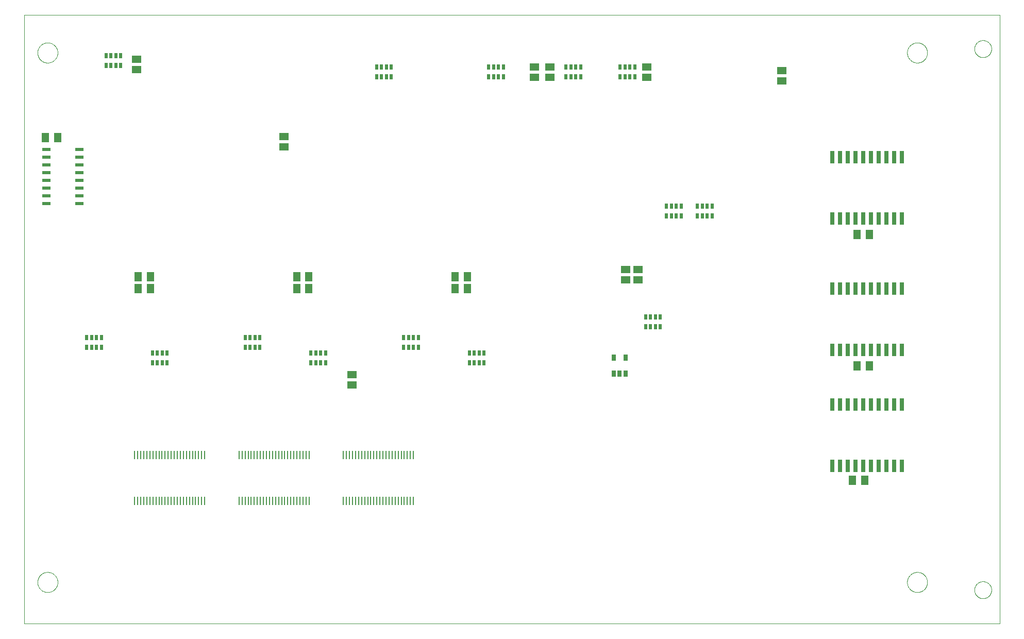
<source format=gbp>
G75*
%MOIN*%
%OFA0B0*%
%FSLAX25Y25*%
%IPPOS*%
%LPD*%
%AMOC8*
5,1,8,0,0,1.08239X$1,22.5*
%
%ADD10R,0.05118X0.06299*%
%ADD11R,0.05512X0.02362*%
%ADD12R,0.01969X0.03543*%
%ADD13R,0.02717X0.03898*%
%ADD14R,0.02600X0.08000*%
%ADD15R,0.01102X0.05630*%
%ADD16C,0.00000*%
%ADD17R,0.05906X0.05118*%
D10*
X0121896Y0291100D03*
X0129770Y0291100D03*
X0129770Y0298600D03*
X0121896Y0298600D03*
X0224396Y0298600D03*
X0232270Y0298600D03*
X0232270Y0291100D03*
X0224396Y0291100D03*
X0326896Y0291100D03*
X0334770Y0291100D03*
X0334770Y0298600D03*
X0326896Y0298600D03*
X0586896Y0326100D03*
X0594770Y0326100D03*
X0594770Y0241100D03*
X0586896Y0241100D03*
X0583896Y0167100D03*
X0591770Y0167100D03*
X0069770Y0388600D03*
X0061896Y0388600D03*
D11*
X0062644Y0381100D03*
X0062644Y0376100D03*
X0062644Y0371100D03*
X0062644Y0366100D03*
X0062644Y0361100D03*
X0062644Y0356100D03*
X0062644Y0351100D03*
X0062644Y0346100D03*
X0084022Y0346100D03*
X0084022Y0351100D03*
X0084022Y0356100D03*
X0084022Y0361100D03*
X0084022Y0366100D03*
X0084022Y0371100D03*
X0084022Y0376100D03*
X0084022Y0381100D03*
D12*
X0101109Y0435450D03*
X0104259Y0435450D03*
X0107408Y0435450D03*
X0110558Y0435450D03*
X0110558Y0441750D03*
X0107408Y0441750D03*
X0104259Y0441750D03*
X0101109Y0441750D03*
X0276109Y0434250D03*
X0279259Y0434250D03*
X0282408Y0434250D03*
X0285558Y0434250D03*
X0285558Y0427950D03*
X0282408Y0427950D03*
X0279259Y0427950D03*
X0276109Y0427950D03*
X0348609Y0427950D03*
X0351759Y0427950D03*
X0354908Y0427950D03*
X0358058Y0427950D03*
X0358058Y0434250D03*
X0354908Y0434250D03*
X0351759Y0434250D03*
X0348609Y0434250D03*
X0398609Y0434250D03*
X0401759Y0434250D03*
X0404908Y0434250D03*
X0408058Y0434250D03*
X0408058Y0427950D03*
X0404908Y0427950D03*
X0401759Y0427950D03*
X0398609Y0427950D03*
X0433609Y0427950D03*
X0436759Y0427950D03*
X0439908Y0427950D03*
X0443058Y0427950D03*
X0443058Y0434250D03*
X0439908Y0434250D03*
X0436759Y0434250D03*
X0433609Y0434250D03*
X0463609Y0344250D03*
X0466759Y0344250D03*
X0469908Y0344250D03*
X0473058Y0344250D03*
X0473058Y0337950D03*
X0469908Y0337950D03*
X0466759Y0337950D03*
X0463609Y0337950D03*
X0483609Y0337950D03*
X0486759Y0337950D03*
X0489908Y0337950D03*
X0493058Y0337950D03*
X0493058Y0344250D03*
X0489908Y0344250D03*
X0486759Y0344250D03*
X0483609Y0344250D03*
X0459558Y0272750D03*
X0456408Y0272750D03*
X0453259Y0272750D03*
X0450109Y0272750D03*
X0450109Y0266450D03*
X0453259Y0266450D03*
X0456408Y0266450D03*
X0459558Y0266450D03*
X0345558Y0249250D03*
X0342408Y0249250D03*
X0339259Y0249250D03*
X0336109Y0249250D03*
X0336109Y0242950D03*
X0339259Y0242950D03*
X0342408Y0242950D03*
X0345558Y0242950D03*
X0303058Y0252950D03*
X0299908Y0252950D03*
X0296759Y0252950D03*
X0293609Y0252950D03*
X0293609Y0259250D03*
X0296759Y0259250D03*
X0299908Y0259250D03*
X0303058Y0259250D03*
X0243058Y0249250D03*
X0239908Y0249250D03*
X0236759Y0249250D03*
X0233609Y0249250D03*
X0233609Y0242950D03*
X0236759Y0242950D03*
X0239908Y0242950D03*
X0243058Y0242950D03*
X0200558Y0252950D03*
X0197408Y0252950D03*
X0194259Y0252950D03*
X0191109Y0252950D03*
X0191109Y0259250D03*
X0194259Y0259250D03*
X0197408Y0259250D03*
X0200558Y0259250D03*
X0140558Y0249250D03*
X0137408Y0249250D03*
X0134259Y0249250D03*
X0131109Y0249250D03*
X0131109Y0242950D03*
X0134259Y0242950D03*
X0137408Y0242950D03*
X0140558Y0242950D03*
X0098058Y0252950D03*
X0094908Y0252950D03*
X0091759Y0252950D03*
X0088609Y0252950D03*
X0088609Y0259250D03*
X0091759Y0259250D03*
X0094908Y0259250D03*
X0098058Y0259250D03*
D13*
X0429593Y0246218D03*
X0437073Y0246218D03*
X0437073Y0236021D03*
X0433333Y0236021D03*
X0429593Y0236021D03*
D14*
X0570833Y0251300D03*
X0575833Y0251300D03*
X0580833Y0251300D03*
X0585833Y0251300D03*
X0590833Y0251300D03*
X0595833Y0251300D03*
X0600833Y0251300D03*
X0605833Y0251300D03*
X0610833Y0251300D03*
X0615833Y0251300D03*
X0615833Y0215900D03*
X0610833Y0215900D03*
X0605833Y0215900D03*
X0600833Y0215900D03*
X0595833Y0215900D03*
X0590833Y0215900D03*
X0585833Y0215900D03*
X0580833Y0215900D03*
X0575833Y0215900D03*
X0570833Y0215900D03*
X0570833Y0176300D03*
X0575833Y0176300D03*
X0580833Y0176300D03*
X0585833Y0176300D03*
X0590833Y0176300D03*
X0595833Y0176300D03*
X0600833Y0176300D03*
X0605833Y0176300D03*
X0610833Y0176300D03*
X0615833Y0176300D03*
X0615833Y0290900D03*
X0610833Y0290900D03*
X0605833Y0290900D03*
X0600833Y0290900D03*
X0595833Y0290900D03*
X0590833Y0290900D03*
X0585833Y0290900D03*
X0580833Y0290900D03*
X0575833Y0290900D03*
X0570833Y0290900D03*
X0570833Y0336300D03*
X0575833Y0336300D03*
X0580833Y0336300D03*
X0585833Y0336300D03*
X0590833Y0336300D03*
X0595833Y0336300D03*
X0600833Y0336300D03*
X0605833Y0336300D03*
X0610833Y0336300D03*
X0615833Y0336300D03*
X0615833Y0375900D03*
X0610833Y0375900D03*
X0605833Y0375900D03*
X0600833Y0375900D03*
X0595833Y0375900D03*
X0590833Y0375900D03*
X0585833Y0375900D03*
X0580833Y0375900D03*
X0575833Y0375900D03*
X0570833Y0375900D03*
D15*
X0299946Y0183387D03*
X0297978Y0183387D03*
X0296009Y0183387D03*
X0294041Y0183387D03*
X0292072Y0183387D03*
X0290104Y0183387D03*
X0288135Y0183387D03*
X0286167Y0183387D03*
X0284198Y0183387D03*
X0282230Y0183387D03*
X0280261Y0183387D03*
X0278293Y0183387D03*
X0276324Y0183387D03*
X0274356Y0183387D03*
X0272387Y0183387D03*
X0270419Y0183387D03*
X0268450Y0183387D03*
X0266482Y0183387D03*
X0264513Y0183387D03*
X0262545Y0183387D03*
X0260576Y0183387D03*
X0258608Y0183387D03*
X0256639Y0183387D03*
X0254671Y0183387D03*
X0232446Y0183387D03*
X0230478Y0183387D03*
X0228509Y0183387D03*
X0226541Y0183387D03*
X0224572Y0183387D03*
X0222604Y0183387D03*
X0220635Y0183387D03*
X0218667Y0183387D03*
X0216698Y0183387D03*
X0214730Y0183387D03*
X0212761Y0183387D03*
X0210793Y0183387D03*
X0208824Y0183387D03*
X0206856Y0183387D03*
X0204887Y0183387D03*
X0202919Y0183387D03*
X0200950Y0183387D03*
X0198982Y0183387D03*
X0197013Y0183387D03*
X0195045Y0183387D03*
X0193076Y0183387D03*
X0191108Y0183387D03*
X0189139Y0183387D03*
X0187171Y0183387D03*
X0164946Y0183387D03*
X0162978Y0183387D03*
X0161009Y0183387D03*
X0159041Y0183387D03*
X0157072Y0183387D03*
X0155104Y0183387D03*
X0153135Y0183387D03*
X0151167Y0183387D03*
X0149198Y0183387D03*
X0147230Y0183387D03*
X0145261Y0183387D03*
X0143293Y0183387D03*
X0141324Y0183387D03*
X0139356Y0183387D03*
X0137387Y0183387D03*
X0135419Y0183387D03*
X0133450Y0183387D03*
X0131482Y0183387D03*
X0129513Y0183387D03*
X0127545Y0183387D03*
X0125576Y0183387D03*
X0123608Y0183387D03*
X0121639Y0183387D03*
X0119671Y0183387D03*
X0119671Y0153663D03*
X0121639Y0153663D03*
X0123608Y0153663D03*
X0125576Y0153663D03*
X0127545Y0153663D03*
X0129513Y0153663D03*
X0131482Y0153663D03*
X0133450Y0153663D03*
X0135419Y0153663D03*
X0137387Y0153663D03*
X0139356Y0153663D03*
X0141324Y0153663D03*
X0143293Y0153663D03*
X0145261Y0153663D03*
X0147230Y0153663D03*
X0149198Y0153663D03*
X0151167Y0153663D03*
X0153135Y0153663D03*
X0155104Y0153663D03*
X0157072Y0153663D03*
X0159041Y0153663D03*
X0161009Y0153663D03*
X0162978Y0153663D03*
X0164946Y0153663D03*
X0187171Y0153663D03*
X0189139Y0153663D03*
X0191108Y0153663D03*
X0193076Y0153663D03*
X0195045Y0153663D03*
X0197013Y0153663D03*
X0198982Y0153663D03*
X0200950Y0153663D03*
X0202919Y0153663D03*
X0204887Y0153663D03*
X0206856Y0153663D03*
X0208824Y0153663D03*
X0210793Y0153663D03*
X0212761Y0153663D03*
X0214730Y0153663D03*
X0216698Y0153663D03*
X0218667Y0153663D03*
X0220635Y0153663D03*
X0222604Y0153663D03*
X0224572Y0153663D03*
X0226541Y0153663D03*
X0228509Y0153663D03*
X0230478Y0153663D03*
X0232446Y0153663D03*
X0254671Y0153663D03*
X0256639Y0153663D03*
X0258608Y0153663D03*
X0260576Y0153663D03*
X0262545Y0153663D03*
X0264513Y0153663D03*
X0266482Y0153663D03*
X0268450Y0153663D03*
X0270419Y0153663D03*
X0272387Y0153663D03*
X0274356Y0153663D03*
X0276324Y0153663D03*
X0278293Y0153663D03*
X0280261Y0153663D03*
X0282230Y0153663D03*
X0284198Y0153663D03*
X0286167Y0153663D03*
X0288135Y0153663D03*
X0290104Y0153663D03*
X0292072Y0153663D03*
X0294041Y0153663D03*
X0296009Y0153663D03*
X0297978Y0153663D03*
X0299946Y0153663D03*
D16*
X0048333Y0074200D02*
X0048333Y0468000D01*
X0679333Y0468000D01*
X0679333Y0074200D01*
X0048333Y0074200D01*
X0056833Y0101100D02*
X0056835Y0101261D01*
X0056841Y0101421D01*
X0056851Y0101582D01*
X0056865Y0101742D01*
X0056883Y0101902D01*
X0056904Y0102061D01*
X0056930Y0102220D01*
X0056960Y0102378D01*
X0056993Y0102535D01*
X0057031Y0102692D01*
X0057072Y0102847D01*
X0057117Y0103001D01*
X0057166Y0103154D01*
X0057219Y0103306D01*
X0057275Y0103457D01*
X0057336Y0103606D01*
X0057399Y0103754D01*
X0057467Y0103900D01*
X0057538Y0104044D01*
X0057612Y0104186D01*
X0057690Y0104327D01*
X0057772Y0104465D01*
X0057857Y0104602D01*
X0057945Y0104736D01*
X0058037Y0104868D01*
X0058132Y0104998D01*
X0058230Y0105126D01*
X0058331Y0105251D01*
X0058435Y0105373D01*
X0058542Y0105493D01*
X0058652Y0105610D01*
X0058765Y0105725D01*
X0058881Y0105836D01*
X0059000Y0105945D01*
X0059121Y0106050D01*
X0059245Y0106153D01*
X0059371Y0106253D01*
X0059499Y0106349D01*
X0059630Y0106442D01*
X0059764Y0106532D01*
X0059899Y0106619D01*
X0060037Y0106702D01*
X0060176Y0106782D01*
X0060318Y0106858D01*
X0060461Y0106931D01*
X0060606Y0107000D01*
X0060753Y0107066D01*
X0060901Y0107128D01*
X0061051Y0107186D01*
X0061202Y0107241D01*
X0061355Y0107292D01*
X0061509Y0107339D01*
X0061664Y0107382D01*
X0061820Y0107421D01*
X0061976Y0107457D01*
X0062134Y0107488D01*
X0062292Y0107516D01*
X0062451Y0107540D01*
X0062611Y0107560D01*
X0062771Y0107576D01*
X0062931Y0107588D01*
X0063092Y0107596D01*
X0063253Y0107600D01*
X0063413Y0107600D01*
X0063574Y0107596D01*
X0063735Y0107588D01*
X0063895Y0107576D01*
X0064055Y0107560D01*
X0064215Y0107540D01*
X0064374Y0107516D01*
X0064532Y0107488D01*
X0064690Y0107457D01*
X0064846Y0107421D01*
X0065002Y0107382D01*
X0065157Y0107339D01*
X0065311Y0107292D01*
X0065464Y0107241D01*
X0065615Y0107186D01*
X0065765Y0107128D01*
X0065913Y0107066D01*
X0066060Y0107000D01*
X0066205Y0106931D01*
X0066348Y0106858D01*
X0066490Y0106782D01*
X0066629Y0106702D01*
X0066767Y0106619D01*
X0066902Y0106532D01*
X0067036Y0106442D01*
X0067167Y0106349D01*
X0067295Y0106253D01*
X0067421Y0106153D01*
X0067545Y0106050D01*
X0067666Y0105945D01*
X0067785Y0105836D01*
X0067901Y0105725D01*
X0068014Y0105610D01*
X0068124Y0105493D01*
X0068231Y0105373D01*
X0068335Y0105251D01*
X0068436Y0105126D01*
X0068534Y0104998D01*
X0068629Y0104868D01*
X0068721Y0104736D01*
X0068809Y0104602D01*
X0068894Y0104465D01*
X0068976Y0104327D01*
X0069054Y0104186D01*
X0069128Y0104044D01*
X0069199Y0103900D01*
X0069267Y0103754D01*
X0069330Y0103606D01*
X0069391Y0103457D01*
X0069447Y0103306D01*
X0069500Y0103154D01*
X0069549Y0103001D01*
X0069594Y0102847D01*
X0069635Y0102692D01*
X0069673Y0102535D01*
X0069706Y0102378D01*
X0069736Y0102220D01*
X0069762Y0102061D01*
X0069783Y0101902D01*
X0069801Y0101742D01*
X0069815Y0101582D01*
X0069825Y0101421D01*
X0069831Y0101261D01*
X0069833Y0101100D01*
X0069831Y0100939D01*
X0069825Y0100779D01*
X0069815Y0100618D01*
X0069801Y0100458D01*
X0069783Y0100298D01*
X0069762Y0100139D01*
X0069736Y0099980D01*
X0069706Y0099822D01*
X0069673Y0099665D01*
X0069635Y0099508D01*
X0069594Y0099353D01*
X0069549Y0099199D01*
X0069500Y0099046D01*
X0069447Y0098894D01*
X0069391Y0098743D01*
X0069330Y0098594D01*
X0069267Y0098446D01*
X0069199Y0098300D01*
X0069128Y0098156D01*
X0069054Y0098014D01*
X0068976Y0097873D01*
X0068894Y0097735D01*
X0068809Y0097598D01*
X0068721Y0097464D01*
X0068629Y0097332D01*
X0068534Y0097202D01*
X0068436Y0097074D01*
X0068335Y0096949D01*
X0068231Y0096827D01*
X0068124Y0096707D01*
X0068014Y0096590D01*
X0067901Y0096475D01*
X0067785Y0096364D01*
X0067666Y0096255D01*
X0067545Y0096150D01*
X0067421Y0096047D01*
X0067295Y0095947D01*
X0067167Y0095851D01*
X0067036Y0095758D01*
X0066902Y0095668D01*
X0066767Y0095581D01*
X0066629Y0095498D01*
X0066490Y0095418D01*
X0066348Y0095342D01*
X0066205Y0095269D01*
X0066060Y0095200D01*
X0065913Y0095134D01*
X0065765Y0095072D01*
X0065615Y0095014D01*
X0065464Y0094959D01*
X0065311Y0094908D01*
X0065157Y0094861D01*
X0065002Y0094818D01*
X0064846Y0094779D01*
X0064690Y0094743D01*
X0064532Y0094712D01*
X0064374Y0094684D01*
X0064215Y0094660D01*
X0064055Y0094640D01*
X0063895Y0094624D01*
X0063735Y0094612D01*
X0063574Y0094604D01*
X0063413Y0094600D01*
X0063253Y0094600D01*
X0063092Y0094604D01*
X0062931Y0094612D01*
X0062771Y0094624D01*
X0062611Y0094640D01*
X0062451Y0094660D01*
X0062292Y0094684D01*
X0062134Y0094712D01*
X0061976Y0094743D01*
X0061820Y0094779D01*
X0061664Y0094818D01*
X0061509Y0094861D01*
X0061355Y0094908D01*
X0061202Y0094959D01*
X0061051Y0095014D01*
X0060901Y0095072D01*
X0060753Y0095134D01*
X0060606Y0095200D01*
X0060461Y0095269D01*
X0060318Y0095342D01*
X0060176Y0095418D01*
X0060037Y0095498D01*
X0059899Y0095581D01*
X0059764Y0095668D01*
X0059630Y0095758D01*
X0059499Y0095851D01*
X0059371Y0095947D01*
X0059245Y0096047D01*
X0059121Y0096150D01*
X0059000Y0096255D01*
X0058881Y0096364D01*
X0058765Y0096475D01*
X0058652Y0096590D01*
X0058542Y0096707D01*
X0058435Y0096827D01*
X0058331Y0096949D01*
X0058230Y0097074D01*
X0058132Y0097202D01*
X0058037Y0097332D01*
X0057945Y0097464D01*
X0057857Y0097598D01*
X0057772Y0097735D01*
X0057690Y0097873D01*
X0057612Y0098014D01*
X0057538Y0098156D01*
X0057467Y0098300D01*
X0057399Y0098446D01*
X0057336Y0098594D01*
X0057275Y0098743D01*
X0057219Y0098894D01*
X0057166Y0099046D01*
X0057117Y0099199D01*
X0057072Y0099353D01*
X0057031Y0099508D01*
X0056993Y0099665D01*
X0056960Y0099822D01*
X0056930Y0099980D01*
X0056904Y0100139D01*
X0056883Y0100298D01*
X0056865Y0100458D01*
X0056851Y0100618D01*
X0056841Y0100779D01*
X0056835Y0100939D01*
X0056833Y0101100D01*
X0056833Y0443600D02*
X0056835Y0443761D01*
X0056841Y0443921D01*
X0056851Y0444082D01*
X0056865Y0444242D01*
X0056883Y0444402D01*
X0056904Y0444561D01*
X0056930Y0444720D01*
X0056960Y0444878D01*
X0056993Y0445035D01*
X0057031Y0445192D01*
X0057072Y0445347D01*
X0057117Y0445501D01*
X0057166Y0445654D01*
X0057219Y0445806D01*
X0057275Y0445957D01*
X0057336Y0446106D01*
X0057399Y0446254D01*
X0057467Y0446400D01*
X0057538Y0446544D01*
X0057612Y0446686D01*
X0057690Y0446827D01*
X0057772Y0446965D01*
X0057857Y0447102D01*
X0057945Y0447236D01*
X0058037Y0447368D01*
X0058132Y0447498D01*
X0058230Y0447626D01*
X0058331Y0447751D01*
X0058435Y0447873D01*
X0058542Y0447993D01*
X0058652Y0448110D01*
X0058765Y0448225D01*
X0058881Y0448336D01*
X0059000Y0448445D01*
X0059121Y0448550D01*
X0059245Y0448653D01*
X0059371Y0448753D01*
X0059499Y0448849D01*
X0059630Y0448942D01*
X0059764Y0449032D01*
X0059899Y0449119D01*
X0060037Y0449202D01*
X0060176Y0449282D01*
X0060318Y0449358D01*
X0060461Y0449431D01*
X0060606Y0449500D01*
X0060753Y0449566D01*
X0060901Y0449628D01*
X0061051Y0449686D01*
X0061202Y0449741D01*
X0061355Y0449792D01*
X0061509Y0449839D01*
X0061664Y0449882D01*
X0061820Y0449921D01*
X0061976Y0449957D01*
X0062134Y0449988D01*
X0062292Y0450016D01*
X0062451Y0450040D01*
X0062611Y0450060D01*
X0062771Y0450076D01*
X0062931Y0450088D01*
X0063092Y0450096D01*
X0063253Y0450100D01*
X0063413Y0450100D01*
X0063574Y0450096D01*
X0063735Y0450088D01*
X0063895Y0450076D01*
X0064055Y0450060D01*
X0064215Y0450040D01*
X0064374Y0450016D01*
X0064532Y0449988D01*
X0064690Y0449957D01*
X0064846Y0449921D01*
X0065002Y0449882D01*
X0065157Y0449839D01*
X0065311Y0449792D01*
X0065464Y0449741D01*
X0065615Y0449686D01*
X0065765Y0449628D01*
X0065913Y0449566D01*
X0066060Y0449500D01*
X0066205Y0449431D01*
X0066348Y0449358D01*
X0066490Y0449282D01*
X0066629Y0449202D01*
X0066767Y0449119D01*
X0066902Y0449032D01*
X0067036Y0448942D01*
X0067167Y0448849D01*
X0067295Y0448753D01*
X0067421Y0448653D01*
X0067545Y0448550D01*
X0067666Y0448445D01*
X0067785Y0448336D01*
X0067901Y0448225D01*
X0068014Y0448110D01*
X0068124Y0447993D01*
X0068231Y0447873D01*
X0068335Y0447751D01*
X0068436Y0447626D01*
X0068534Y0447498D01*
X0068629Y0447368D01*
X0068721Y0447236D01*
X0068809Y0447102D01*
X0068894Y0446965D01*
X0068976Y0446827D01*
X0069054Y0446686D01*
X0069128Y0446544D01*
X0069199Y0446400D01*
X0069267Y0446254D01*
X0069330Y0446106D01*
X0069391Y0445957D01*
X0069447Y0445806D01*
X0069500Y0445654D01*
X0069549Y0445501D01*
X0069594Y0445347D01*
X0069635Y0445192D01*
X0069673Y0445035D01*
X0069706Y0444878D01*
X0069736Y0444720D01*
X0069762Y0444561D01*
X0069783Y0444402D01*
X0069801Y0444242D01*
X0069815Y0444082D01*
X0069825Y0443921D01*
X0069831Y0443761D01*
X0069833Y0443600D01*
X0069831Y0443439D01*
X0069825Y0443279D01*
X0069815Y0443118D01*
X0069801Y0442958D01*
X0069783Y0442798D01*
X0069762Y0442639D01*
X0069736Y0442480D01*
X0069706Y0442322D01*
X0069673Y0442165D01*
X0069635Y0442008D01*
X0069594Y0441853D01*
X0069549Y0441699D01*
X0069500Y0441546D01*
X0069447Y0441394D01*
X0069391Y0441243D01*
X0069330Y0441094D01*
X0069267Y0440946D01*
X0069199Y0440800D01*
X0069128Y0440656D01*
X0069054Y0440514D01*
X0068976Y0440373D01*
X0068894Y0440235D01*
X0068809Y0440098D01*
X0068721Y0439964D01*
X0068629Y0439832D01*
X0068534Y0439702D01*
X0068436Y0439574D01*
X0068335Y0439449D01*
X0068231Y0439327D01*
X0068124Y0439207D01*
X0068014Y0439090D01*
X0067901Y0438975D01*
X0067785Y0438864D01*
X0067666Y0438755D01*
X0067545Y0438650D01*
X0067421Y0438547D01*
X0067295Y0438447D01*
X0067167Y0438351D01*
X0067036Y0438258D01*
X0066902Y0438168D01*
X0066767Y0438081D01*
X0066629Y0437998D01*
X0066490Y0437918D01*
X0066348Y0437842D01*
X0066205Y0437769D01*
X0066060Y0437700D01*
X0065913Y0437634D01*
X0065765Y0437572D01*
X0065615Y0437514D01*
X0065464Y0437459D01*
X0065311Y0437408D01*
X0065157Y0437361D01*
X0065002Y0437318D01*
X0064846Y0437279D01*
X0064690Y0437243D01*
X0064532Y0437212D01*
X0064374Y0437184D01*
X0064215Y0437160D01*
X0064055Y0437140D01*
X0063895Y0437124D01*
X0063735Y0437112D01*
X0063574Y0437104D01*
X0063413Y0437100D01*
X0063253Y0437100D01*
X0063092Y0437104D01*
X0062931Y0437112D01*
X0062771Y0437124D01*
X0062611Y0437140D01*
X0062451Y0437160D01*
X0062292Y0437184D01*
X0062134Y0437212D01*
X0061976Y0437243D01*
X0061820Y0437279D01*
X0061664Y0437318D01*
X0061509Y0437361D01*
X0061355Y0437408D01*
X0061202Y0437459D01*
X0061051Y0437514D01*
X0060901Y0437572D01*
X0060753Y0437634D01*
X0060606Y0437700D01*
X0060461Y0437769D01*
X0060318Y0437842D01*
X0060176Y0437918D01*
X0060037Y0437998D01*
X0059899Y0438081D01*
X0059764Y0438168D01*
X0059630Y0438258D01*
X0059499Y0438351D01*
X0059371Y0438447D01*
X0059245Y0438547D01*
X0059121Y0438650D01*
X0059000Y0438755D01*
X0058881Y0438864D01*
X0058765Y0438975D01*
X0058652Y0439090D01*
X0058542Y0439207D01*
X0058435Y0439327D01*
X0058331Y0439449D01*
X0058230Y0439574D01*
X0058132Y0439702D01*
X0058037Y0439832D01*
X0057945Y0439964D01*
X0057857Y0440098D01*
X0057772Y0440235D01*
X0057690Y0440373D01*
X0057612Y0440514D01*
X0057538Y0440656D01*
X0057467Y0440800D01*
X0057399Y0440946D01*
X0057336Y0441094D01*
X0057275Y0441243D01*
X0057219Y0441394D01*
X0057166Y0441546D01*
X0057117Y0441699D01*
X0057072Y0441853D01*
X0057031Y0442008D01*
X0056993Y0442165D01*
X0056960Y0442322D01*
X0056930Y0442480D01*
X0056904Y0442639D01*
X0056883Y0442798D01*
X0056865Y0442958D01*
X0056851Y0443118D01*
X0056841Y0443279D01*
X0056835Y0443439D01*
X0056833Y0443600D01*
X0619333Y0443600D02*
X0619335Y0443761D01*
X0619341Y0443921D01*
X0619351Y0444082D01*
X0619365Y0444242D01*
X0619383Y0444402D01*
X0619404Y0444561D01*
X0619430Y0444720D01*
X0619460Y0444878D01*
X0619493Y0445035D01*
X0619531Y0445192D01*
X0619572Y0445347D01*
X0619617Y0445501D01*
X0619666Y0445654D01*
X0619719Y0445806D01*
X0619775Y0445957D01*
X0619836Y0446106D01*
X0619899Y0446254D01*
X0619967Y0446400D01*
X0620038Y0446544D01*
X0620112Y0446686D01*
X0620190Y0446827D01*
X0620272Y0446965D01*
X0620357Y0447102D01*
X0620445Y0447236D01*
X0620537Y0447368D01*
X0620632Y0447498D01*
X0620730Y0447626D01*
X0620831Y0447751D01*
X0620935Y0447873D01*
X0621042Y0447993D01*
X0621152Y0448110D01*
X0621265Y0448225D01*
X0621381Y0448336D01*
X0621500Y0448445D01*
X0621621Y0448550D01*
X0621745Y0448653D01*
X0621871Y0448753D01*
X0621999Y0448849D01*
X0622130Y0448942D01*
X0622264Y0449032D01*
X0622399Y0449119D01*
X0622537Y0449202D01*
X0622676Y0449282D01*
X0622818Y0449358D01*
X0622961Y0449431D01*
X0623106Y0449500D01*
X0623253Y0449566D01*
X0623401Y0449628D01*
X0623551Y0449686D01*
X0623702Y0449741D01*
X0623855Y0449792D01*
X0624009Y0449839D01*
X0624164Y0449882D01*
X0624320Y0449921D01*
X0624476Y0449957D01*
X0624634Y0449988D01*
X0624792Y0450016D01*
X0624951Y0450040D01*
X0625111Y0450060D01*
X0625271Y0450076D01*
X0625431Y0450088D01*
X0625592Y0450096D01*
X0625753Y0450100D01*
X0625913Y0450100D01*
X0626074Y0450096D01*
X0626235Y0450088D01*
X0626395Y0450076D01*
X0626555Y0450060D01*
X0626715Y0450040D01*
X0626874Y0450016D01*
X0627032Y0449988D01*
X0627190Y0449957D01*
X0627346Y0449921D01*
X0627502Y0449882D01*
X0627657Y0449839D01*
X0627811Y0449792D01*
X0627964Y0449741D01*
X0628115Y0449686D01*
X0628265Y0449628D01*
X0628413Y0449566D01*
X0628560Y0449500D01*
X0628705Y0449431D01*
X0628848Y0449358D01*
X0628990Y0449282D01*
X0629129Y0449202D01*
X0629267Y0449119D01*
X0629402Y0449032D01*
X0629536Y0448942D01*
X0629667Y0448849D01*
X0629795Y0448753D01*
X0629921Y0448653D01*
X0630045Y0448550D01*
X0630166Y0448445D01*
X0630285Y0448336D01*
X0630401Y0448225D01*
X0630514Y0448110D01*
X0630624Y0447993D01*
X0630731Y0447873D01*
X0630835Y0447751D01*
X0630936Y0447626D01*
X0631034Y0447498D01*
X0631129Y0447368D01*
X0631221Y0447236D01*
X0631309Y0447102D01*
X0631394Y0446965D01*
X0631476Y0446827D01*
X0631554Y0446686D01*
X0631628Y0446544D01*
X0631699Y0446400D01*
X0631767Y0446254D01*
X0631830Y0446106D01*
X0631891Y0445957D01*
X0631947Y0445806D01*
X0632000Y0445654D01*
X0632049Y0445501D01*
X0632094Y0445347D01*
X0632135Y0445192D01*
X0632173Y0445035D01*
X0632206Y0444878D01*
X0632236Y0444720D01*
X0632262Y0444561D01*
X0632283Y0444402D01*
X0632301Y0444242D01*
X0632315Y0444082D01*
X0632325Y0443921D01*
X0632331Y0443761D01*
X0632333Y0443600D01*
X0632331Y0443439D01*
X0632325Y0443279D01*
X0632315Y0443118D01*
X0632301Y0442958D01*
X0632283Y0442798D01*
X0632262Y0442639D01*
X0632236Y0442480D01*
X0632206Y0442322D01*
X0632173Y0442165D01*
X0632135Y0442008D01*
X0632094Y0441853D01*
X0632049Y0441699D01*
X0632000Y0441546D01*
X0631947Y0441394D01*
X0631891Y0441243D01*
X0631830Y0441094D01*
X0631767Y0440946D01*
X0631699Y0440800D01*
X0631628Y0440656D01*
X0631554Y0440514D01*
X0631476Y0440373D01*
X0631394Y0440235D01*
X0631309Y0440098D01*
X0631221Y0439964D01*
X0631129Y0439832D01*
X0631034Y0439702D01*
X0630936Y0439574D01*
X0630835Y0439449D01*
X0630731Y0439327D01*
X0630624Y0439207D01*
X0630514Y0439090D01*
X0630401Y0438975D01*
X0630285Y0438864D01*
X0630166Y0438755D01*
X0630045Y0438650D01*
X0629921Y0438547D01*
X0629795Y0438447D01*
X0629667Y0438351D01*
X0629536Y0438258D01*
X0629402Y0438168D01*
X0629267Y0438081D01*
X0629129Y0437998D01*
X0628990Y0437918D01*
X0628848Y0437842D01*
X0628705Y0437769D01*
X0628560Y0437700D01*
X0628413Y0437634D01*
X0628265Y0437572D01*
X0628115Y0437514D01*
X0627964Y0437459D01*
X0627811Y0437408D01*
X0627657Y0437361D01*
X0627502Y0437318D01*
X0627346Y0437279D01*
X0627190Y0437243D01*
X0627032Y0437212D01*
X0626874Y0437184D01*
X0626715Y0437160D01*
X0626555Y0437140D01*
X0626395Y0437124D01*
X0626235Y0437112D01*
X0626074Y0437104D01*
X0625913Y0437100D01*
X0625753Y0437100D01*
X0625592Y0437104D01*
X0625431Y0437112D01*
X0625271Y0437124D01*
X0625111Y0437140D01*
X0624951Y0437160D01*
X0624792Y0437184D01*
X0624634Y0437212D01*
X0624476Y0437243D01*
X0624320Y0437279D01*
X0624164Y0437318D01*
X0624009Y0437361D01*
X0623855Y0437408D01*
X0623702Y0437459D01*
X0623551Y0437514D01*
X0623401Y0437572D01*
X0623253Y0437634D01*
X0623106Y0437700D01*
X0622961Y0437769D01*
X0622818Y0437842D01*
X0622676Y0437918D01*
X0622537Y0437998D01*
X0622399Y0438081D01*
X0622264Y0438168D01*
X0622130Y0438258D01*
X0621999Y0438351D01*
X0621871Y0438447D01*
X0621745Y0438547D01*
X0621621Y0438650D01*
X0621500Y0438755D01*
X0621381Y0438864D01*
X0621265Y0438975D01*
X0621152Y0439090D01*
X0621042Y0439207D01*
X0620935Y0439327D01*
X0620831Y0439449D01*
X0620730Y0439574D01*
X0620632Y0439702D01*
X0620537Y0439832D01*
X0620445Y0439964D01*
X0620357Y0440098D01*
X0620272Y0440235D01*
X0620190Y0440373D01*
X0620112Y0440514D01*
X0620038Y0440656D01*
X0619967Y0440800D01*
X0619899Y0440946D01*
X0619836Y0441094D01*
X0619775Y0441243D01*
X0619719Y0441394D01*
X0619666Y0441546D01*
X0619617Y0441699D01*
X0619572Y0441853D01*
X0619531Y0442008D01*
X0619493Y0442165D01*
X0619460Y0442322D01*
X0619430Y0442480D01*
X0619404Y0442639D01*
X0619383Y0442798D01*
X0619365Y0442958D01*
X0619351Y0443118D01*
X0619341Y0443279D01*
X0619335Y0443439D01*
X0619333Y0443600D01*
X0662833Y0446100D02*
X0662835Y0446248D01*
X0662841Y0446396D01*
X0662851Y0446544D01*
X0662865Y0446692D01*
X0662883Y0446839D01*
X0662905Y0446986D01*
X0662931Y0447132D01*
X0662960Y0447277D01*
X0662994Y0447422D01*
X0663032Y0447565D01*
X0663073Y0447708D01*
X0663118Y0447849D01*
X0663168Y0447989D01*
X0663220Y0448127D01*
X0663277Y0448265D01*
X0663337Y0448400D01*
X0663401Y0448534D01*
X0663468Y0448666D01*
X0663539Y0448796D01*
X0663614Y0448925D01*
X0663692Y0449051D01*
X0663773Y0449175D01*
X0663857Y0449297D01*
X0663945Y0449416D01*
X0664036Y0449533D01*
X0664130Y0449648D01*
X0664228Y0449760D01*
X0664328Y0449869D01*
X0664431Y0449976D01*
X0664537Y0450080D01*
X0664645Y0450181D01*
X0664757Y0450279D01*
X0664871Y0450374D01*
X0664987Y0450465D01*
X0665106Y0450554D01*
X0665227Y0450639D01*
X0665351Y0450721D01*
X0665477Y0450800D01*
X0665604Y0450875D01*
X0665734Y0450947D01*
X0665866Y0451016D01*
X0665999Y0451080D01*
X0666134Y0451141D01*
X0666271Y0451199D01*
X0666409Y0451253D01*
X0666549Y0451303D01*
X0666690Y0451349D01*
X0666832Y0451391D01*
X0666975Y0451430D01*
X0667119Y0451464D01*
X0667265Y0451495D01*
X0667410Y0451522D01*
X0667557Y0451545D01*
X0667704Y0451564D01*
X0667852Y0451579D01*
X0667999Y0451590D01*
X0668148Y0451597D01*
X0668296Y0451600D01*
X0668444Y0451599D01*
X0668592Y0451594D01*
X0668740Y0451585D01*
X0668888Y0451572D01*
X0669036Y0451555D01*
X0669182Y0451534D01*
X0669329Y0451509D01*
X0669474Y0451480D01*
X0669619Y0451448D01*
X0669762Y0451411D01*
X0669905Y0451371D01*
X0670047Y0451326D01*
X0670187Y0451278D01*
X0670326Y0451226D01*
X0670463Y0451171D01*
X0670599Y0451111D01*
X0670734Y0451048D01*
X0670866Y0450982D01*
X0670997Y0450912D01*
X0671126Y0450838D01*
X0671252Y0450761D01*
X0671377Y0450681D01*
X0671499Y0450597D01*
X0671620Y0450510D01*
X0671737Y0450420D01*
X0671853Y0450326D01*
X0671965Y0450230D01*
X0672075Y0450131D01*
X0672183Y0450028D01*
X0672287Y0449923D01*
X0672389Y0449815D01*
X0672487Y0449704D01*
X0672583Y0449591D01*
X0672676Y0449475D01*
X0672765Y0449357D01*
X0672851Y0449236D01*
X0672934Y0449113D01*
X0673014Y0448988D01*
X0673090Y0448861D01*
X0673163Y0448731D01*
X0673232Y0448600D01*
X0673297Y0448467D01*
X0673360Y0448333D01*
X0673418Y0448196D01*
X0673473Y0448058D01*
X0673523Y0447919D01*
X0673571Y0447778D01*
X0673614Y0447637D01*
X0673654Y0447494D01*
X0673689Y0447350D01*
X0673721Y0447205D01*
X0673749Y0447059D01*
X0673773Y0446913D01*
X0673793Y0446766D01*
X0673809Y0446618D01*
X0673821Y0446471D01*
X0673829Y0446322D01*
X0673833Y0446174D01*
X0673833Y0446026D01*
X0673829Y0445878D01*
X0673821Y0445729D01*
X0673809Y0445582D01*
X0673793Y0445434D01*
X0673773Y0445287D01*
X0673749Y0445141D01*
X0673721Y0444995D01*
X0673689Y0444850D01*
X0673654Y0444706D01*
X0673614Y0444563D01*
X0673571Y0444422D01*
X0673523Y0444281D01*
X0673473Y0444142D01*
X0673418Y0444004D01*
X0673360Y0443867D01*
X0673297Y0443733D01*
X0673232Y0443600D01*
X0673163Y0443469D01*
X0673090Y0443339D01*
X0673014Y0443212D01*
X0672934Y0443087D01*
X0672851Y0442964D01*
X0672765Y0442843D01*
X0672676Y0442725D01*
X0672583Y0442609D01*
X0672487Y0442496D01*
X0672389Y0442385D01*
X0672287Y0442277D01*
X0672183Y0442172D01*
X0672075Y0442069D01*
X0671965Y0441970D01*
X0671853Y0441874D01*
X0671737Y0441780D01*
X0671620Y0441690D01*
X0671499Y0441603D01*
X0671377Y0441519D01*
X0671252Y0441439D01*
X0671126Y0441362D01*
X0670997Y0441288D01*
X0670866Y0441218D01*
X0670734Y0441152D01*
X0670599Y0441089D01*
X0670463Y0441029D01*
X0670326Y0440974D01*
X0670187Y0440922D01*
X0670047Y0440874D01*
X0669905Y0440829D01*
X0669762Y0440789D01*
X0669619Y0440752D01*
X0669474Y0440720D01*
X0669329Y0440691D01*
X0669182Y0440666D01*
X0669036Y0440645D01*
X0668888Y0440628D01*
X0668740Y0440615D01*
X0668592Y0440606D01*
X0668444Y0440601D01*
X0668296Y0440600D01*
X0668148Y0440603D01*
X0667999Y0440610D01*
X0667852Y0440621D01*
X0667704Y0440636D01*
X0667557Y0440655D01*
X0667410Y0440678D01*
X0667265Y0440705D01*
X0667119Y0440736D01*
X0666975Y0440770D01*
X0666832Y0440809D01*
X0666690Y0440851D01*
X0666549Y0440897D01*
X0666409Y0440947D01*
X0666271Y0441001D01*
X0666134Y0441059D01*
X0665999Y0441120D01*
X0665866Y0441184D01*
X0665734Y0441253D01*
X0665604Y0441325D01*
X0665477Y0441400D01*
X0665351Y0441479D01*
X0665227Y0441561D01*
X0665106Y0441646D01*
X0664987Y0441735D01*
X0664871Y0441826D01*
X0664757Y0441921D01*
X0664645Y0442019D01*
X0664537Y0442120D01*
X0664431Y0442224D01*
X0664328Y0442331D01*
X0664228Y0442440D01*
X0664130Y0442552D01*
X0664036Y0442667D01*
X0663945Y0442784D01*
X0663857Y0442903D01*
X0663773Y0443025D01*
X0663692Y0443149D01*
X0663614Y0443275D01*
X0663539Y0443404D01*
X0663468Y0443534D01*
X0663401Y0443666D01*
X0663337Y0443800D01*
X0663277Y0443935D01*
X0663220Y0444073D01*
X0663168Y0444211D01*
X0663118Y0444351D01*
X0663073Y0444492D01*
X0663032Y0444635D01*
X0662994Y0444778D01*
X0662960Y0444923D01*
X0662931Y0445068D01*
X0662905Y0445214D01*
X0662883Y0445361D01*
X0662865Y0445508D01*
X0662851Y0445656D01*
X0662841Y0445804D01*
X0662835Y0445952D01*
X0662833Y0446100D01*
X0619333Y0101100D02*
X0619335Y0101261D01*
X0619341Y0101421D01*
X0619351Y0101582D01*
X0619365Y0101742D01*
X0619383Y0101902D01*
X0619404Y0102061D01*
X0619430Y0102220D01*
X0619460Y0102378D01*
X0619493Y0102535D01*
X0619531Y0102692D01*
X0619572Y0102847D01*
X0619617Y0103001D01*
X0619666Y0103154D01*
X0619719Y0103306D01*
X0619775Y0103457D01*
X0619836Y0103606D01*
X0619899Y0103754D01*
X0619967Y0103900D01*
X0620038Y0104044D01*
X0620112Y0104186D01*
X0620190Y0104327D01*
X0620272Y0104465D01*
X0620357Y0104602D01*
X0620445Y0104736D01*
X0620537Y0104868D01*
X0620632Y0104998D01*
X0620730Y0105126D01*
X0620831Y0105251D01*
X0620935Y0105373D01*
X0621042Y0105493D01*
X0621152Y0105610D01*
X0621265Y0105725D01*
X0621381Y0105836D01*
X0621500Y0105945D01*
X0621621Y0106050D01*
X0621745Y0106153D01*
X0621871Y0106253D01*
X0621999Y0106349D01*
X0622130Y0106442D01*
X0622264Y0106532D01*
X0622399Y0106619D01*
X0622537Y0106702D01*
X0622676Y0106782D01*
X0622818Y0106858D01*
X0622961Y0106931D01*
X0623106Y0107000D01*
X0623253Y0107066D01*
X0623401Y0107128D01*
X0623551Y0107186D01*
X0623702Y0107241D01*
X0623855Y0107292D01*
X0624009Y0107339D01*
X0624164Y0107382D01*
X0624320Y0107421D01*
X0624476Y0107457D01*
X0624634Y0107488D01*
X0624792Y0107516D01*
X0624951Y0107540D01*
X0625111Y0107560D01*
X0625271Y0107576D01*
X0625431Y0107588D01*
X0625592Y0107596D01*
X0625753Y0107600D01*
X0625913Y0107600D01*
X0626074Y0107596D01*
X0626235Y0107588D01*
X0626395Y0107576D01*
X0626555Y0107560D01*
X0626715Y0107540D01*
X0626874Y0107516D01*
X0627032Y0107488D01*
X0627190Y0107457D01*
X0627346Y0107421D01*
X0627502Y0107382D01*
X0627657Y0107339D01*
X0627811Y0107292D01*
X0627964Y0107241D01*
X0628115Y0107186D01*
X0628265Y0107128D01*
X0628413Y0107066D01*
X0628560Y0107000D01*
X0628705Y0106931D01*
X0628848Y0106858D01*
X0628990Y0106782D01*
X0629129Y0106702D01*
X0629267Y0106619D01*
X0629402Y0106532D01*
X0629536Y0106442D01*
X0629667Y0106349D01*
X0629795Y0106253D01*
X0629921Y0106153D01*
X0630045Y0106050D01*
X0630166Y0105945D01*
X0630285Y0105836D01*
X0630401Y0105725D01*
X0630514Y0105610D01*
X0630624Y0105493D01*
X0630731Y0105373D01*
X0630835Y0105251D01*
X0630936Y0105126D01*
X0631034Y0104998D01*
X0631129Y0104868D01*
X0631221Y0104736D01*
X0631309Y0104602D01*
X0631394Y0104465D01*
X0631476Y0104327D01*
X0631554Y0104186D01*
X0631628Y0104044D01*
X0631699Y0103900D01*
X0631767Y0103754D01*
X0631830Y0103606D01*
X0631891Y0103457D01*
X0631947Y0103306D01*
X0632000Y0103154D01*
X0632049Y0103001D01*
X0632094Y0102847D01*
X0632135Y0102692D01*
X0632173Y0102535D01*
X0632206Y0102378D01*
X0632236Y0102220D01*
X0632262Y0102061D01*
X0632283Y0101902D01*
X0632301Y0101742D01*
X0632315Y0101582D01*
X0632325Y0101421D01*
X0632331Y0101261D01*
X0632333Y0101100D01*
X0632331Y0100939D01*
X0632325Y0100779D01*
X0632315Y0100618D01*
X0632301Y0100458D01*
X0632283Y0100298D01*
X0632262Y0100139D01*
X0632236Y0099980D01*
X0632206Y0099822D01*
X0632173Y0099665D01*
X0632135Y0099508D01*
X0632094Y0099353D01*
X0632049Y0099199D01*
X0632000Y0099046D01*
X0631947Y0098894D01*
X0631891Y0098743D01*
X0631830Y0098594D01*
X0631767Y0098446D01*
X0631699Y0098300D01*
X0631628Y0098156D01*
X0631554Y0098014D01*
X0631476Y0097873D01*
X0631394Y0097735D01*
X0631309Y0097598D01*
X0631221Y0097464D01*
X0631129Y0097332D01*
X0631034Y0097202D01*
X0630936Y0097074D01*
X0630835Y0096949D01*
X0630731Y0096827D01*
X0630624Y0096707D01*
X0630514Y0096590D01*
X0630401Y0096475D01*
X0630285Y0096364D01*
X0630166Y0096255D01*
X0630045Y0096150D01*
X0629921Y0096047D01*
X0629795Y0095947D01*
X0629667Y0095851D01*
X0629536Y0095758D01*
X0629402Y0095668D01*
X0629267Y0095581D01*
X0629129Y0095498D01*
X0628990Y0095418D01*
X0628848Y0095342D01*
X0628705Y0095269D01*
X0628560Y0095200D01*
X0628413Y0095134D01*
X0628265Y0095072D01*
X0628115Y0095014D01*
X0627964Y0094959D01*
X0627811Y0094908D01*
X0627657Y0094861D01*
X0627502Y0094818D01*
X0627346Y0094779D01*
X0627190Y0094743D01*
X0627032Y0094712D01*
X0626874Y0094684D01*
X0626715Y0094660D01*
X0626555Y0094640D01*
X0626395Y0094624D01*
X0626235Y0094612D01*
X0626074Y0094604D01*
X0625913Y0094600D01*
X0625753Y0094600D01*
X0625592Y0094604D01*
X0625431Y0094612D01*
X0625271Y0094624D01*
X0625111Y0094640D01*
X0624951Y0094660D01*
X0624792Y0094684D01*
X0624634Y0094712D01*
X0624476Y0094743D01*
X0624320Y0094779D01*
X0624164Y0094818D01*
X0624009Y0094861D01*
X0623855Y0094908D01*
X0623702Y0094959D01*
X0623551Y0095014D01*
X0623401Y0095072D01*
X0623253Y0095134D01*
X0623106Y0095200D01*
X0622961Y0095269D01*
X0622818Y0095342D01*
X0622676Y0095418D01*
X0622537Y0095498D01*
X0622399Y0095581D01*
X0622264Y0095668D01*
X0622130Y0095758D01*
X0621999Y0095851D01*
X0621871Y0095947D01*
X0621745Y0096047D01*
X0621621Y0096150D01*
X0621500Y0096255D01*
X0621381Y0096364D01*
X0621265Y0096475D01*
X0621152Y0096590D01*
X0621042Y0096707D01*
X0620935Y0096827D01*
X0620831Y0096949D01*
X0620730Y0097074D01*
X0620632Y0097202D01*
X0620537Y0097332D01*
X0620445Y0097464D01*
X0620357Y0097598D01*
X0620272Y0097735D01*
X0620190Y0097873D01*
X0620112Y0098014D01*
X0620038Y0098156D01*
X0619967Y0098300D01*
X0619899Y0098446D01*
X0619836Y0098594D01*
X0619775Y0098743D01*
X0619719Y0098894D01*
X0619666Y0099046D01*
X0619617Y0099199D01*
X0619572Y0099353D01*
X0619531Y0099508D01*
X0619493Y0099665D01*
X0619460Y0099822D01*
X0619430Y0099980D01*
X0619404Y0100139D01*
X0619383Y0100298D01*
X0619365Y0100458D01*
X0619351Y0100618D01*
X0619341Y0100779D01*
X0619335Y0100939D01*
X0619333Y0101100D01*
X0662833Y0096100D02*
X0662835Y0096248D01*
X0662841Y0096396D01*
X0662851Y0096544D01*
X0662865Y0096692D01*
X0662883Y0096839D01*
X0662905Y0096986D01*
X0662931Y0097132D01*
X0662960Y0097277D01*
X0662994Y0097422D01*
X0663032Y0097565D01*
X0663073Y0097708D01*
X0663118Y0097849D01*
X0663168Y0097989D01*
X0663220Y0098127D01*
X0663277Y0098265D01*
X0663337Y0098400D01*
X0663401Y0098534D01*
X0663468Y0098666D01*
X0663539Y0098796D01*
X0663614Y0098925D01*
X0663692Y0099051D01*
X0663773Y0099175D01*
X0663857Y0099297D01*
X0663945Y0099416D01*
X0664036Y0099533D01*
X0664130Y0099648D01*
X0664228Y0099760D01*
X0664328Y0099869D01*
X0664431Y0099976D01*
X0664537Y0100080D01*
X0664645Y0100181D01*
X0664757Y0100279D01*
X0664871Y0100374D01*
X0664987Y0100465D01*
X0665106Y0100554D01*
X0665227Y0100639D01*
X0665351Y0100721D01*
X0665477Y0100800D01*
X0665604Y0100875D01*
X0665734Y0100947D01*
X0665866Y0101016D01*
X0665999Y0101080D01*
X0666134Y0101141D01*
X0666271Y0101199D01*
X0666409Y0101253D01*
X0666549Y0101303D01*
X0666690Y0101349D01*
X0666832Y0101391D01*
X0666975Y0101430D01*
X0667119Y0101464D01*
X0667265Y0101495D01*
X0667410Y0101522D01*
X0667557Y0101545D01*
X0667704Y0101564D01*
X0667852Y0101579D01*
X0667999Y0101590D01*
X0668148Y0101597D01*
X0668296Y0101600D01*
X0668444Y0101599D01*
X0668592Y0101594D01*
X0668740Y0101585D01*
X0668888Y0101572D01*
X0669036Y0101555D01*
X0669182Y0101534D01*
X0669329Y0101509D01*
X0669474Y0101480D01*
X0669619Y0101448D01*
X0669762Y0101411D01*
X0669905Y0101371D01*
X0670047Y0101326D01*
X0670187Y0101278D01*
X0670326Y0101226D01*
X0670463Y0101171D01*
X0670599Y0101111D01*
X0670734Y0101048D01*
X0670866Y0100982D01*
X0670997Y0100912D01*
X0671126Y0100838D01*
X0671252Y0100761D01*
X0671377Y0100681D01*
X0671499Y0100597D01*
X0671620Y0100510D01*
X0671737Y0100420D01*
X0671853Y0100326D01*
X0671965Y0100230D01*
X0672075Y0100131D01*
X0672183Y0100028D01*
X0672287Y0099923D01*
X0672389Y0099815D01*
X0672487Y0099704D01*
X0672583Y0099591D01*
X0672676Y0099475D01*
X0672765Y0099357D01*
X0672851Y0099236D01*
X0672934Y0099113D01*
X0673014Y0098988D01*
X0673090Y0098861D01*
X0673163Y0098731D01*
X0673232Y0098600D01*
X0673297Y0098467D01*
X0673360Y0098333D01*
X0673418Y0098196D01*
X0673473Y0098058D01*
X0673523Y0097919D01*
X0673571Y0097778D01*
X0673614Y0097637D01*
X0673654Y0097494D01*
X0673689Y0097350D01*
X0673721Y0097205D01*
X0673749Y0097059D01*
X0673773Y0096913D01*
X0673793Y0096766D01*
X0673809Y0096618D01*
X0673821Y0096471D01*
X0673829Y0096322D01*
X0673833Y0096174D01*
X0673833Y0096026D01*
X0673829Y0095878D01*
X0673821Y0095729D01*
X0673809Y0095582D01*
X0673793Y0095434D01*
X0673773Y0095287D01*
X0673749Y0095141D01*
X0673721Y0094995D01*
X0673689Y0094850D01*
X0673654Y0094706D01*
X0673614Y0094563D01*
X0673571Y0094422D01*
X0673523Y0094281D01*
X0673473Y0094142D01*
X0673418Y0094004D01*
X0673360Y0093867D01*
X0673297Y0093733D01*
X0673232Y0093600D01*
X0673163Y0093469D01*
X0673090Y0093339D01*
X0673014Y0093212D01*
X0672934Y0093087D01*
X0672851Y0092964D01*
X0672765Y0092843D01*
X0672676Y0092725D01*
X0672583Y0092609D01*
X0672487Y0092496D01*
X0672389Y0092385D01*
X0672287Y0092277D01*
X0672183Y0092172D01*
X0672075Y0092069D01*
X0671965Y0091970D01*
X0671853Y0091874D01*
X0671737Y0091780D01*
X0671620Y0091690D01*
X0671499Y0091603D01*
X0671377Y0091519D01*
X0671252Y0091439D01*
X0671126Y0091362D01*
X0670997Y0091288D01*
X0670866Y0091218D01*
X0670734Y0091152D01*
X0670599Y0091089D01*
X0670463Y0091029D01*
X0670326Y0090974D01*
X0670187Y0090922D01*
X0670047Y0090874D01*
X0669905Y0090829D01*
X0669762Y0090789D01*
X0669619Y0090752D01*
X0669474Y0090720D01*
X0669329Y0090691D01*
X0669182Y0090666D01*
X0669036Y0090645D01*
X0668888Y0090628D01*
X0668740Y0090615D01*
X0668592Y0090606D01*
X0668444Y0090601D01*
X0668296Y0090600D01*
X0668148Y0090603D01*
X0667999Y0090610D01*
X0667852Y0090621D01*
X0667704Y0090636D01*
X0667557Y0090655D01*
X0667410Y0090678D01*
X0667265Y0090705D01*
X0667119Y0090736D01*
X0666975Y0090770D01*
X0666832Y0090809D01*
X0666690Y0090851D01*
X0666549Y0090897D01*
X0666409Y0090947D01*
X0666271Y0091001D01*
X0666134Y0091059D01*
X0665999Y0091120D01*
X0665866Y0091184D01*
X0665734Y0091253D01*
X0665604Y0091325D01*
X0665477Y0091400D01*
X0665351Y0091479D01*
X0665227Y0091561D01*
X0665106Y0091646D01*
X0664987Y0091735D01*
X0664871Y0091826D01*
X0664757Y0091921D01*
X0664645Y0092019D01*
X0664537Y0092120D01*
X0664431Y0092224D01*
X0664328Y0092331D01*
X0664228Y0092440D01*
X0664130Y0092552D01*
X0664036Y0092667D01*
X0663945Y0092784D01*
X0663857Y0092903D01*
X0663773Y0093025D01*
X0663692Y0093149D01*
X0663614Y0093275D01*
X0663539Y0093404D01*
X0663468Y0093534D01*
X0663401Y0093666D01*
X0663337Y0093800D01*
X0663277Y0093935D01*
X0663220Y0094073D01*
X0663168Y0094211D01*
X0663118Y0094351D01*
X0663073Y0094492D01*
X0663032Y0094635D01*
X0662994Y0094778D01*
X0662960Y0094923D01*
X0662931Y0095068D01*
X0662905Y0095214D01*
X0662883Y0095361D01*
X0662865Y0095508D01*
X0662851Y0095656D01*
X0662841Y0095804D01*
X0662835Y0095952D01*
X0662833Y0096100D01*
D17*
X0445333Y0296754D03*
X0445333Y0303446D03*
X0437333Y0303446D03*
X0437333Y0296754D03*
X0450833Y0427754D03*
X0450833Y0434446D03*
X0388333Y0434446D03*
X0378333Y0434446D03*
X0378333Y0427754D03*
X0388333Y0427754D03*
X0538333Y0425254D03*
X0538333Y0431946D03*
X0260333Y0235446D03*
X0260333Y0228754D03*
X0216333Y0382754D03*
X0216333Y0389446D03*
X0120833Y0432754D03*
X0120833Y0439446D03*
M02*

</source>
